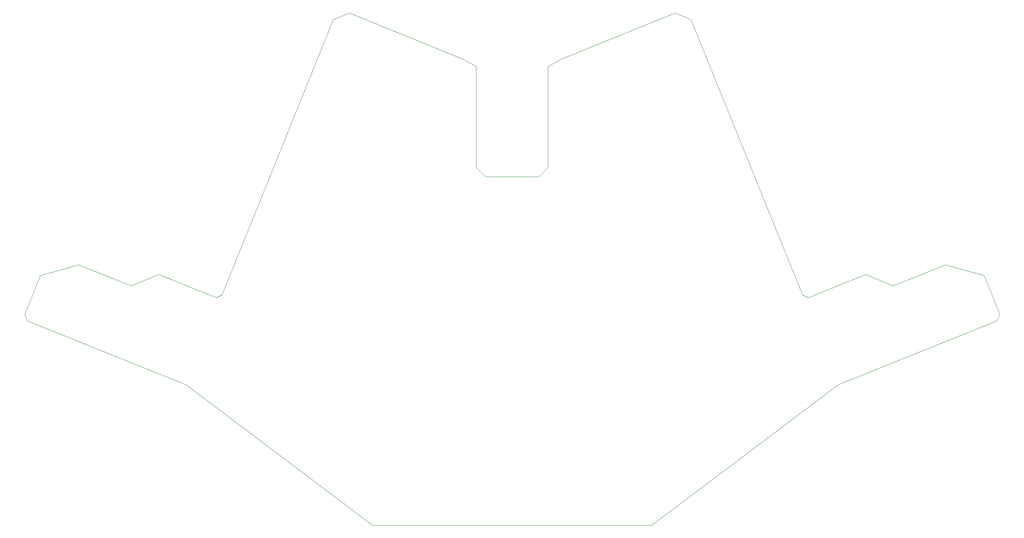
<source format=gbr>
G04 #@! TF.GenerationSoftware,KiCad,Pcbnew,(5.1.4)-1*
G04 #@! TF.CreationDate,2023-11-05T18:19:58-05:00*
G04 #@! TF.ProjectId,ThumbsUp,5468756d-6273-4557-902e-6b696361645f,rev?*
G04 #@! TF.SameCoordinates,Original*
G04 #@! TF.FileFunction,Profile,NP*
%FSLAX46Y46*%
G04 Gerber Fmt 4.6, Leading zero omitted, Abs format (unit mm)*
G04 Created by KiCad (PCBNEW (5.1.4)-1) date 2023-11-05 18:19:58*
%MOMM*%
%LPD*%
G04 APERTURE LIST*
%ADD10C,0.050000*%
G04 APERTURE END LIST*
D10*
X52989414Y-93022852D02*
X40565151Y-88003123D01*
X100839524Y-29847643D02*
X74467220Y-95121387D01*
X59498366Y-90259965D02*
X52989414Y-93022852D01*
X136920000Y-67120000D02*
X149530000Y-67120000D01*
X73127969Y-95766682D02*
X59498366Y-90259965D01*
X151730000Y-64920000D02*
X149530000Y-67120000D01*
X134723268Y-64920000D02*
X136920000Y-67120000D01*
X151730000Y-40920000D02*
X154930000Y-39120000D01*
X181838551Y-28245169D02*
X154930000Y-39120000D01*
X31438553Y-90571240D02*
X31138868Y-91312987D01*
X104614717Y-28245169D02*
X131523268Y-39120000D01*
X40565151Y-88003123D02*
X31438553Y-90571240D01*
X73127969Y-95766682D02*
X74467220Y-95121387D01*
X104614717Y-28245169D02*
X100839524Y-29847643D01*
X255014715Y-90571240D02*
X255314400Y-91312987D01*
X258723320Y-99750360D02*
X258060227Y-101312509D01*
X255314400Y-91312987D02*
X258723320Y-99750360D01*
X28393041Y-101312509D02*
X65943987Y-116484076D01*
X185613744Y-29847643D02*
X211986048Y-95121387D01*
X151730000Y-40920000D02*
X151730000Y-64920000D01*
X226954902Y-90259965D02*
X233463854Y-93022852D01*
X27729948Y-99750360D02*
X28393041Y-101312509D01*
X65943987Y-116484076D02*
X110191449Y-149784258D01*
X213325299Y-95766682D02*
X226954902Y-90259965D01*
X134723268Y-40920000D02*
X134723268Y-64920000D01*
X233463854Y-93022852D02*
X245888117Y-88003123D01*
X245888117Y-88003123D02*
X255014715Y-90571240D01*
X134723268Y-40920000D02*
X131523268Y-39120000D01*
X110191449Y-149784258D02*
X176261819Y-149784258D01*
X31138868Y-91312987D02*
X27729948Y-99750360D01*
X181838551Y-28245169D02*
X185613744Y-29847643D01*
X258060227Y-101312509D02*
X220509281Y-116484076D01*
X220509281Y-116484076D02*
X176261819Y-149784258D01*
X213325299Y-95766682D02*
X211986048Y-95121387D01*
M02*

</source>
